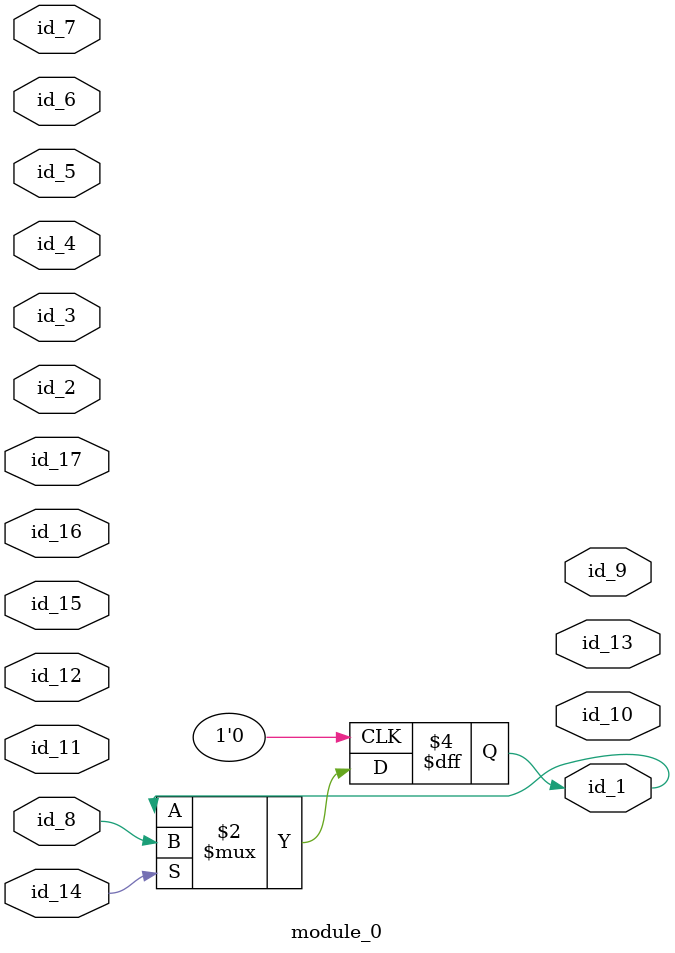
<source format=v>
`timescale 1 ps / 1ps
module module_0 (
    id_1,
    id_2,
    id_3,
    id_4,
    id_5,
    id_6,
    id_7,
    id_8,
    id_9,
    id_10,
    id_11,
    id_12,
    id_13,
    id_14,
    id_15,
    id_16,
    id_17
);
  inout id_17;
  input id_16;
  input id_15;
  input id_14;
  output id_13;
  inout id_12;
  input id_11;
  output id_10;
  output id_9;
  inout id_8;
  input id_7;
  inout id_6;
  inout id_5;
  inout id_4;
  inout id_3;
  input id_2;
  output id_1;
  always @(negedge 1'b0) begin
    if (id_14) begin
      id_1 <= id_8;
    end
  end
endmodule

</source>
